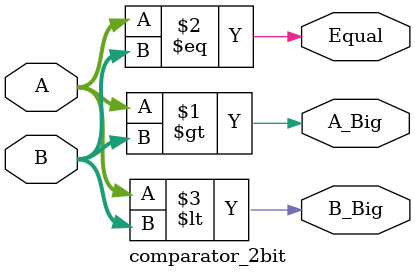
<source format=v>
`timescale 1ns / 1ps

module comparator_2bit (
    input  [1:0] A,  // 2ºñÆ® ÀÔ·Â A
    input  [1:0] B,  // 2ºñÆ® ÀÔ·Â B
    output  A_Big,  // A > BÀÏ ¶§ 1
    output  Equal,    // A == BÀÏ ¶§ 1
    output  B_Big      // A < BÀÏ ¶§ 1
);

    // A > BÀÏ ¶§ÀÇ Á¶°Ç
    assign A_Big = (A > B);
    
    // A == BÀÏ ¶§ÀÇ Á¶°Ç
    assign Equal = (A == B);
    
    // A < BÀÏ ¶§ÀÇ Á¶°Ç
    assign B_Big = (A < B);

endmodule


</source>
